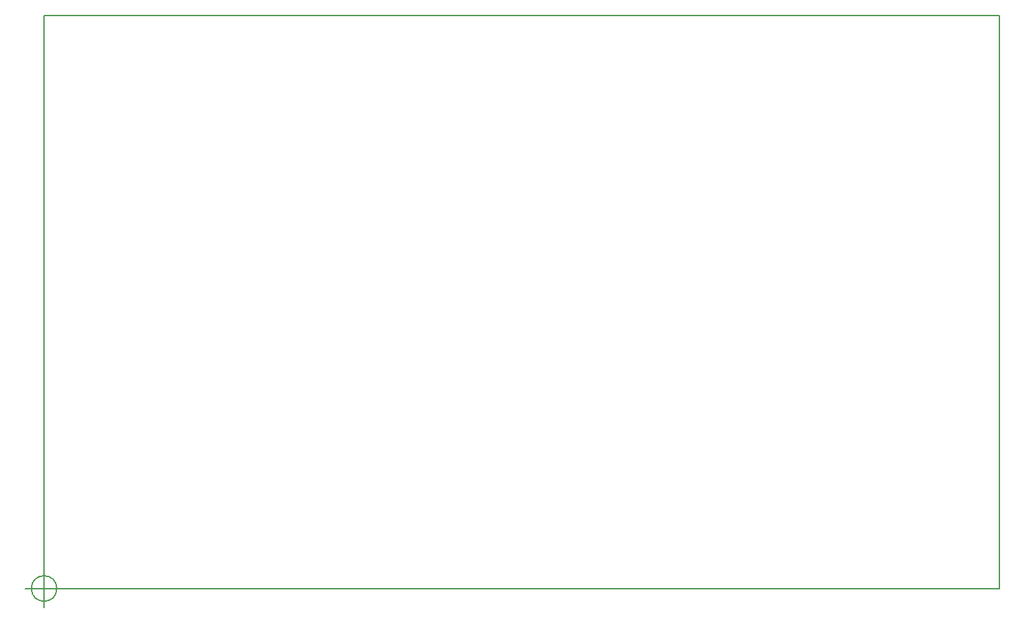
<source format=gbr>
G04 #@! TF.GenerationSoftware,KiCad,Pcbnew,(5.0.0)*
G04 #@! TF.CreationDate,2019-09-18T20:31:11+01:00*
G04 #@! TF.ProjectId,Multi Chromatic Stimulator,4D756C7469204368726F6D6174696320,rev?*
G04 #@! TF.SameCoordinates,Original*
G04 #@! TF.FileFunction,Profile,NP*
%FSLAX46Y46*%
G04 Gerber Fmt 4.6, Leading zero omitted, Abs format (unit mm)*
G04 Created by KiCad (PCBNEW (5.0.0)) date 09/18/19 20:31:11*
%MOMM*%
%LPD*%
G01*
G04 APERTURE LIST*
%ADD10C,0.150000*%
G04 APERTURE END LIST*
D10*
X61699849Y-120000000D02*
G75*
G03X61699849Y-120000000I-1666666J0D01*
G01*
X57533183Y-120000000D02*
X62533183Y-120000000D01*
X60033183Y-117500000D02*
X60033183Y-122500000D01*
X60000000Y-45000000D02*
X60000000Y-65000000D01*
X185000000Y-45000000D02*
X60000000Y-45000000D01*
X185000000Y-120000000D02*
X185000000Y-45000000D01*
X60000000Y-120000000D02*
X185000000Y-120000000D01*
X60000000Y-65000000D02*
X60000000Y-120000000D01*
M02*

</source>
